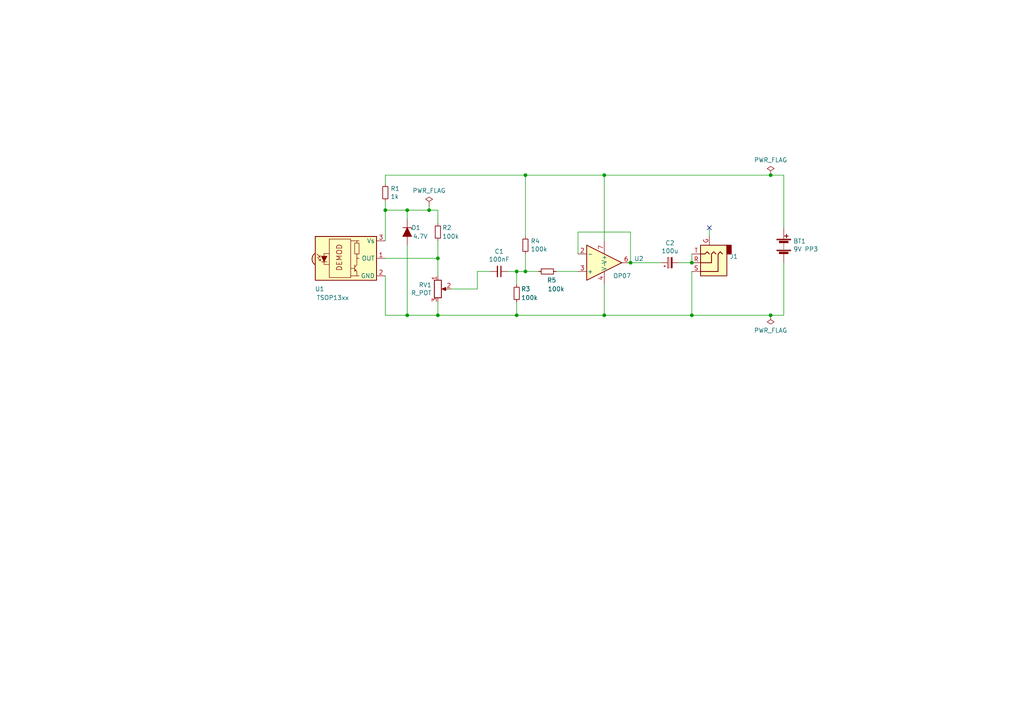
<source format=kicad_sch>
(kicad_sch (version 20211123) (generator eeschema)
  (paper "A4")
  (lib_symbols
    (symbol "Connector:AudioJack3_Ground"
      (property "Reference" "J" (at 0 8.89 0))
      (property "Value" "AudioJack3_Ground" (at 0 6.35 0))
      (symbol "AudioJack3_Ground_0_1"
        (rectangle (start -5.08 -2.54) (end -6.35 -5.08) (stroke (width 0.254)) (fill (type outline)))
        (polyline (pts (xy 0 -2.54) (xy 0.635 -3.175) (xy 1.27 -2.54) (xy 2.54 -2.54)) (stroke (width 0.254)))
        (polyline (pts (xy -1.905 -2.54) (xy -1.27 -3.175) (xy -0.635 -2.54) (xy -0.635 0) (xy 2.54 0)) (stroke (width 0.254)))
        (polyline (pts (xy 2.54 2.54) (xy -2.54 2.54) (xy -2.54 -2.54) (xy -3.175 -3.175) (xy -3.81 -2.54)) (stroke (width 0.254)))
        (rectangle (start 2.54 3.81) (end -5.08 -5.08) (stroke (width 0.254)) (fill (type background)))
      )
      (symbol "AudioJack3_Ground_1_1"
        (pin passive line (at 0 -7.62 90) (length 2.54) (name "~") (number "G"))
        (pin passive line (at 5.08 0 180) (length 2.54) (name "~") (number "R"))
        (pin passive line (at 5.08 2.54 180) (length 2.54) (name "~") (number "S"))
        (pin passive line (at 5.08 -2.54 180) (length 2.54) (name "~") (number "T"))
      )
    )
    (symbol "Device:Battery" (pin_numbers hide) (pin_names (offset 0) hide)
      (property "Reference" "BT" (at 2.54 2.54 0))
      (property "Value" "Battery" (at 2.54 0 0))
      (symbol "Battery_0_1"
        (rectangle (start -2.032 -1.397) (end 2.032 -1.651) (fill (type outline)))
        (rectangle (start -2.032 1.778) (end 2.032 1.524) (fill (type outline)))
        (rectangle (start -1.3208 -1.9812) (end 1.27 -2.4892) (fill (type outline)))
        (rectangle (start -1.3208 1.1938) (end 1.27 0.6858) (fill (type outline)))
        (polyline (pts (xy 0 -1.524) (xy 0 -1.27)))
        (polyline (pts (xy 0 -1.016) (xy 0 -0.762)))
        (polyline (pts (xy 0 -0.508) (xy 0 -0.254)))
        (polyline (pts (xy 0 0) (xy 0 0.254)))
        (polyline (pts (xy 0 0.508) (xy 0 0.762)))
        (polyline (pts (xy 0 1.778) (xy 0 2.54)))
        (polyline (pts (xy 0.254 2.667) (xy 1.27 2.667)) (stroke (width 0.254)))
        (polyline (pts (xy 0.762 3.175) (xy 0.762 2.159)) (stroke (width 0.254)))
      )
      (symbol "Battery_1_1"
        (pin passive line (at 0 5.08 270) (length 2.54) (name "+") (number "1"))
        (pin passive line (at 0 -5.08 90) (length 2.54) (name "-") (number "2"))
      )
    )
    (symbol "Device:CP_Small" (pin_numbers hide) (pin_names (offset 0.254) hide)
      (property "Reference" "C" (at 0.254 1.778 0))
      (property "Value" "Device_CP_Small" (at 0.254 -2.032 0))
      (symbol "CP_Small_0_1"
        (rectangle (start -1.524 -0.3048) (end 1.524 -0.6858) (fill (type outline)))
        (rectangle (start -1.524 0.6858) (end 1.524 0.3048))
        (polyline (pts (xy -1.27 1.524) (xy -0.762 1.524)))
        (polyline (pts (xy -1.016 1.27) (xy -1.016 1.778)))
      )
      (symbol "CP_Small_1_1"
        (pin passive line (at 0 2.54 270) (length 1.8542) (name "~") (number "1"))
        (pin passive line (at 0 -2.54 90) (length 1.8542) (name "~") (number "2"))
      )
    )
    (symbol "Device:C_Small" (pin_numbers hide) (pin_names (offset 0.254) hide)
      (property "Reference" "C" (at 0.254 1.778 0))
      (property "Value" "C_Small" (at 0.254 -2.032 0))
      (symbol "C_Small_0_1"
        (polyline (pts (xy -1.524 -0.508) (xy 1.524 -0.508)) (stroke (width 0.3302)))
        (polyline (pts (xy -1.524 0.508) (xy 1.524 0.508)) (stroke (width 0.3048)))
      )
      (symbol "C_Small_1_1"
        (pin passive line (at 0 2.54 270) (length 2.032) (name "~") (number "1"))
        (pin passive line (at 0 -2.54 90) (length 2.032) (name "~") (number "2"))
      )
    )
    (symbol "Device:D_Zener_ALT" (pin_numbers hide) (pin_names (offset 1.016) hide)
      (property "Reference" "D" (at 0 2.54 0))
      (property "Value" "Device_D_Zener_ALT" (at 0 -2.54 0))
      (symbol "D_Zener_ALT_0_1"
        (polyline (pts (xy 1.27 0) (xy -1.27 0)))
        (polyline (pts (xy -1.27 -1.27) (xy -1.27 1.27) (xy -0.762 1.27)) (stroke (width 0.2032)))
        (polyline (pts (xy 1.27 -1.27) (xy 1.27 1.27) (xy -1.27 0) (xy 1.27 -1.27)) (stroke (width 0.2032)) (fill (type outline)))
      )
      (symbol "D_Zener_ALT_1_1"
        (pin passive line (at -3.81 0 0) (length 2.54) (name "K") (number "1"))
        (pin passive line (at 3.81 0 180) (length 2.54) (name "A") (number "2"))
      )
    )
    (symbol "Device:R_POT" (pin_names (offset 1.016) hide)
      (property "Reference" "RV" (at -4.445 0 90))
      (property "Value" "Device_R_POT" (at -2.54 0 90))
      (symbol "R_POT_0_1"
        (polyline (pts (xy 2.54 0) (xy 1.524 0)))
        (polyline (pts (xy 1.143 0) (xy 2.286 0.508) (xy 2.286 -0.508) (xy 1.143 0)) (fill (type outline)))
        (rectangle (start 1.016 2.54) (end -1.016 -2.54) (stroke (width 0.254)))
      )
      (symbol "R_POT_1_1"
        (pin passive line (at 0 3.81 270) (length 1.27) (name "1") (number "1"))
        (pin passive line (at 3.81 0 180) (length 1.27) (name "2") (number "2"))
        (pin passive line (at 0 -3.81 90) (length 1.27) (name "3") (number "3"))
      )
    )
    (symbol "Device:R_Small" (pin_numbers hide) (pin_names (offset 0.254) hide)
      (property "Reference" "R" (at 0.762 0.508 0))
      (property "Value" "R_Small" (at 0.762 -1.016 0))
      (symbol "R_Small_0_1"
        (rectangle (start -0.762 1.778) (end 0.762 -1.778) (stroke (width 0.2032)))
      )
      (symbol "R_Small_1_1"
        (pin passive line (at 0 2.54 270) (length 0.762) (name "~") (number "1"))
        (pin passive line (at 0 -2.54 90) (length 0.762) (name "~") (number "2"))
      )
    )
    (symbol "local:OP07simple" (pin_names (offset 0.127))
      (property "Reference" "U" (at 1.27 6.35 0))
      (property "Value" "OP07simple" (at 1.27 3.81 0))
      (symbol "OP07simple_0_1"
        (polyline (pts (xy -5.08 5.08) (xy 5.08 0) (xy -5.08 -5.08) (xy -5.08 5.08)) (stroke (width 0.254)) (fill (type background)))
      )
      (symbol "OP07simple_1_1"
        (pin no_connect line (at -2.54 0 90) (length 0) hide (name "~") (number "1"))
        (pin input line (at -7.62 2.54 0) (length 2.54) (name "-") (number "2"))
        (pin input line (at -7.62 -2.54 0) (length 2.54) (name "+") (number "3"))
        (pin power_in line (at 0 -6.35 90) (length 3.81) (name "V-") (number "4"))
        (pin no_connect line (at -1.27 0 90) (length 0) hide (name "NC") (number "5"))
        (pin output line (at 7.62 0 180) (length 2.54) (name "~") (number "6"))
        (pin power_in line (at 0 6.35 270) (length 3.81) (name "V+") (number "7"))
        (pin no_connect line (at 1.27 0 90) (length 0) hide (name "~") (number "8"))
      )
    )
    (symbol "local:TSOP13xx"
      (property "Reference" "U" (at -10.16 7.62 0))
      (property "Value" "TSOP13xx" (at -10.16 -7.62 0))
      (symbol "TSOP13xx_0_0"
        (arc (start -10.287 1.397) (mid -11.0899 -0.1852) (end -10.287 -1.778) (stroke (width 0.254)) (fill (type background)))
        (polyline (pts (xy 1.905 -5.08) (xy 0.127 -5.08)))
        (polyline (pts (xy 1.905 5.08) (xy 0.127 5.08)))
        (text "DEMOD" (at -3.175 0.254 900) (effects (font (size 1.524 1.524))))
      )
      (symbol "TSOP13xx_0_1"
        (rectangle (start -6.096 5.588) (end 0.127 -5.588))
        (polyline (pts (xy -8.763 0.381) (xy -9.652 1.27)))
        (polyline (pts (xy -8.763 0.381) (xy -9.271 0.381)))
        (polyline (pts (xy -8.763 0.381) (xy -8.763 0.889)))
        (polyline (pts (xy -8.636 -0.635) (xy -9.525 0.254)))
        (polyline (pts (xy -8.636 -0.635) (xy -9.144 -0.635)))
        (polyline (pts (xy -8.636 -0.635) (xy -8.636 -0.127)))
        (polyline (pts (xy -8.382 -1.016) (xy -6.731 -1.016)))
        (polyline (pts (xy 1.27 -2.921) (xy 0.127 -2.921)))
        (polyline (pts (xy 1.27 -1.905) (xy 1.27 -3.81)))
        (polyline (pts (xy 1.397 -3.556) (xy 1.524 -3.556)))
        (polyline (pts (xy 1.651 -3.556) (xy 1.524 -3.556)))
        (polyline (pts (xy 1.651 -3.556) (xy 1.651 -3.302)))
        (polyline (pts (xy 1.905 0) (xy 1.905 1.27)))
        (polyline (pts (xy 1.905 4.445) (xy 1.905 5.08) (xy 2.54 5.08)))
        (polyline (pts (xy -8.382 0.635) (xy -6.731 0.635) (xy -7.62 -1.016) (xy -8.382 0.635)) (fill (type outline)))
        (polyline (pts (xy -6.096 1.397) (xy -7.62 1.397) (xy -7.62 -1.778) (xy -6.096 -1.778)))
        (polyline (pts (xy 1.27 -3.175) (xy 1.905 -3.81) (xy 1.905 -5.08) (xy 2.54 -5.08)))
        (polyline (pts (xy 1.27 -2.54) (xy 1.905 -1.905) (xy 1.905 0) (xy 2.54 0)))
        (rectangle (start 2.54 1.27) (end 1.27 4.445))
        (rectangle (start 7.62 6.35) (end -10.16 -6.35) (stroke (width 0.254)) (fill (type background)))
      )
      (symbol "TSOP13xx_1_1"
        (pin output line (at 10.16 0 180) (length 2.54) (name "OUT") (number "1"))
        (pin power_in line (at 10.16 -5.08 180) (length 2.54) (name "GND") (number "2"))
        (pin power_in line (at 10.16 5.08 180) (length 2.54) (name "Vs") (number "3"))
      )
    )
    (symbol "power:PWR_FLAG" (power) (pin_numbers hide) (pin_names (offset 0) hide)
      (property "Value" "PWR_FLAG" (at 0 3.81 0))
      (symbol "PWR_FLAG_0_0"
        (pin power_out line (at 0 0 90) (length 0) (name "pwr") (number "1"))
      )
      (symbol "PWR_FLAG_0_1"
        (polyline (pts (xy 0 0) (xy 0 1.27) (xy -1.016 1.905) (xy 0 2.54) (xy 1.016 1.905) (xy 0 1.27)))
      )
    )
  )
  (junction (at 118.11 91.44))
  (junction (at 223.52 91.44))
  (junction (at 111.76 60.96))
  (junction (at 127 74.93))
  (junction (at 182.88 76.2))
  (junction (at 149.86 91.44))
  (junction (at 200.66 91.44))
  (junction (at 175.26 91.44))
  (junction (at 223.52 50.8))
  (junction (at 149.86 78.74))
  (junction (at 152.4 50.8))
  (junction (at 200.66 76.2))
  (junction (at 127 91.44))
  (junction (at 175.26 50.8))
  (junction (at 124.46 60.96))
  (junction (at 118.11 60.96))
  (junction (at 152.4 78.74))
  (no_connect (at 205.74 66.04))
  (wire (pts (xy 127 60.96) (xy 127 64.77)))
  (wire (pts (xy 149.86 91.44) (xy 175.26 91.44)))
  (wire (pts (xy 161.29 78.74) (xy 167.64 78.74)))
  (wire (pts (xy 127 74.93) (xy 127 80.01)))
  (wire (pts (xy 138.43 83.82) (xy 138.43 78.74)))
  (wire (pts (xy 111.76 50.8) (xy 152.4 50.8)))
  (wire (pts (xy 111.76 91.44) (xy 118.11 91.44)))
  (wire (pts (xy 127 87.63) (xy 127 91.44)))
  (wire (pts (xy 175.26 82.55) (xy 175.26 91.44)))
  (wire (pts (xy 167.64 67.31) (xy 167.64 73.66)))
  (wire (pts (xy 118.11 60.96) (xy 124.46 60.96)))
  (wire (pts (xy 152.4 78.74) (xy 156.21 78.74)))
  (wire (pts (xy 149.86 82.55) (xy 149.86 78.74)))
  (wire (pts (xy 118.11 91.44) (xy 127 91.44)))
  (wire (pts (xy 152.4 73.66) (xy 152.4 78.74)))
  (wire (pts (xy 200.66 73.66) (xy 200.66 76.2)))
  (wire (pts (xy 130.81 83.82) (xy 138.43 83.82)))
  (wire (pts (xy 182.88 67.31) (xy 182.88 76.2)))
  (wire (pts (xy 152.4 50.8) (xy 152.4 68.58)))
  (wire (pts (xy 175.26 50.8) (xy 223.52 50.8)))
  (wire (pts (xy 223.52 50.8) (xy 227.33 50.8)))
  (wire (pts (xy 111.76 74.93) (xy 127 74.93)))
  (wire (pts (xy 111.76 58.42) (xy 111.76 60.96)))
  (wire (pts (xy 196.85 76.2) (xy 200.66 76.2)))
  (wire (pts (xy 138.43 78.74) (xy 142.24 78.74)))
  (wire (pts (xy 111.76 80.01) (xy 111.76 91.44)))
  (wire (pts (xy 118.11 71.12) (xy 118.11 91.44)))
  (wire (pts (xy 227.33 76.2) (xy 227.33 91.44)))
  (wire (pts (xy 223.52 91.44) (xy 200.66 91.44)))
  (wire (pts (xy 127 69.85) (xy 127 74.93)))
  (wire (pts (xy 111.76 53.34) (xy 111.76 50.8)))
  (wire (pts (xy 175.26 50.8) (xy 175.26 69.85)))
  (wire (pts (xy 205.74 66.04) (xy 205.74 68.58)))
  (wire (pts (xy 200.66 78.74) (xy 200.66 91.44)))
  (wire (pts (xy 111.76 60.96) (xy 111.76 69.85)))
  (wire (pts (xy 147.32 78.74) (xy 149.86 78.74)))
  (wire (pts (xy 182.88 76.2) (xy 191.77 76.2)))
  (wire (pts (xy 175.26 91.44) (xy 200.66 91.44)))
  (wire (pts (xy 227.33 50.8) (xy 227.33 66.04)))
  (wire (pts (xy 167.64 67.31) (xy 182.88 67.31)))
  (wire (pts (xy 152.4 50.8) (xy 175.26 50.8)))
  (wire (pts (xy 227.33 91.44) (xy 223.52 91.44)))
  (wire (pts (xy 124.46 60.96) (xy 127 60.96)))
  (wire (pts (xy 118.11 63.5) (xy 118.11 60.96)))
  (wire (pts (xy 127 91.44) (xy 149.86 91.44)))
  (wire (pts (xy 124.46 59.69) (xy 124.46 60.96)))
  (wire (pts (xy 149.86 78.74) (xy 152.4 78.74)))
  (wire (pts (xy 149.86 87.63) (xy 149.86 91.44)))
  (wire (pts (xy 118.11 60.96) (xy 111.76 60.96)))
  (symbol (lib_id "local:OP07simple") (at 175.26 76.2 0) (unit 1)
    (property "Reference" "U2" (at 183.9214 75.0316 0) (effects (justify left)))
    (property "Value" "OP07" (at 177.8 80.01 0) (effects (justify left)))
    (property "Footprint" "Package_DIP:DIP-8_W7.62mm_Socket" (effects hide))
  )
  (symbol (lib_id "Device:R_Small") (at 158.75 78.74 270) (unit 1)
    (property "Reference" "R5" (at 160.02 81.28 90))
    (property "Value" "100k" (at 161.29 83.82 90))
    (property "Footprint" "Resistor_THT:R_Axial_DIN0207_L6.3mm_D2.5mm_P10.16mm_Horizontal" (effects hide))
  )
  (symbol (lib_id "Device:C_Small") (at 144.78 78.74 270) (unit 1)
    (property "Reference" "C1" (at 144.78 72.9234 90))
    (property "Value" "100nF" (at 144.78 75.2348 90))
    (property "Footprint" "Capacitor_THT:C_Disc_D10.0mm_W2.5mm_P5.00mm" (effects hide))
  )
  (symbol (lib_id "Device:R_Small") (at 152.4 71.12 0) (unit 1)
    (property "Reference" "R4" (at 153.8986 69.9516 0) (effects (justify left)))
    (property "Value" "100k" (at 153.8986 72.263 0) (effects (justify left)))
    (property "Footprint" "Resistor_THT:R_Axial_DIN0207_L6.3mm_D2.5mm_P10.16mm_Horizontal" (effects hide))
  )
  (symbol (lib_id "Device:R_Small") (at 149.86 85.09 0) (unit 1)
    (property "Reference" "R3" (at 151.13 83.82 0) (effects (justify left)))
    (property "Value" "100k" (at 151.13 86.36 0) (effects (justify left)))
    (property "Footprint" "Resistor_THT:R_Axial_DIN0207_L6.3mm_D2.5mm_P10.16mm_Horizontal" (effects hide))
  )
  (symbol (lib_id "Device:R_POT") (at 127 83.82 0) (unit 1)
    (property "Reference" "RV1" (at 125.222 82.6516 0) (effects (justify right)))
    (property "Value" "R_POT" (at 125.222 84.963 0) (effects (justify right)))
    (property "Footprint" "Potentiometer_THT:Potentiometer_Piher_PC-16_Single_Horizontal" (effects hide))
  )
  (symbol (lib_id "Device:CP_Small") (at 194.31 76.2 90) (unit 1)
    (property "Reference" "C2" (at 194.31 70.485 90))
    (property "Value" "100u" (at 194.31 72.7964 90))
    (property "Footprint" "Capacitor_THT:CP_Radial_D6.3mm_P2.50mm" (effects hide))
  )
  (symbol (lib_id "local:TSOP13xx") (at 101.6 74.93 0) (unit 1)
    (property "Reference" "U1" (at 92.71 83.82 0))
    (property "Value" "TSOP13xx" (at 96.52 86.36 0))
    (property "Footprint" "OptoDevice:Vishay_MINIMOLD-3Pin" (effects hide))
    (property "Datasheet" "http://www.micropik.com/PDF/tsop17xx.pdf" (effects hide))
  )
  (symbol (lib_id "Connector:AudioJack3_Ground") (at 205.74 76.2 180) (unit 1)
    (property "Reference" "J1" (at 211.6582 74.3966 0) (effects (justify right)))
    (property "Value" "AudioJack3_Ground" (effects hide))
    (property "Footprint" "40khz:TruConnect_3.5mm_StereoSocket" (effects hide))
  )
  (symbol (lib_id "Device:Battery") (at 227.33 71.12 0) (unit 1)
    (property "Reference" "BT1" (at 230.0732 69.9516 0) (effects (justify left)))
    (property "Value" "9V PP3" (at 230.0732 72.263 0) (effects (justify left)))
    (property "Footprint" "40khz:Battery_Keystone_968" (effects hide))
  )
  (symbol (lib_id "Device:R_Small") (at 127 67.31 0) (unit 1)
    (property "Reference" "R2" (at 128.27 66.04 0) (effects (justify left)))
    (property "Value" "100k" (at 128.27 68.58 0) (effects (justify left)))
    (property "Footprint" "Resistor_THT:R_Axial_DIN0207_L6.3mm_D2.5mm_P10.16mm_Horizontal" (effects hide))
  )
  (symbol (lib_id "Device:R_Small") (at 111.76 55.88 180) (unit 1)
    (property "Reference" "R1" (at 113.2586 54.7116 0) (effects (justify right)))
    (property "Value" "1k" (at 113.2586 57.023 0) (effects (justify right)))
  )
  (symbol (lib_id "Device:D_Zener_ALT") (at 118.11 67.31 270) (unit 1)
    (property "Reference" "D1" (at 120.65 66.04 90))
    (property "Value" "4.7V" (at 121.92 68.58 90))
  )
  (symbol (lib_id "power:PWR_FLAG") (at 223.52 50.8 0) (unit 1)
    (property "Reference" "#FLG02" (effects hide))
    (property "Value" "PWR_FLAG" (at 223.52 46.4058 0))
  )
  (symbol (lib_id "power:PWR_FLAG") (at 223.52 91.44 180) (unit 1)
    (property "Reference" "#FLG03" (effects hide))
    (property "Value" "PWR_FLAG" (at 223.52 95.8342 0))
  )
  (symbol (lib_id "power:PWR_FLAG") (at 124.46 59.69 0) (unit 1)
    (property "Reference" "#FLG01" (effects hide))
    (property "Value" "PWR_FLAG" (at 124.46 55.2958 0))
  )
)
</source>
